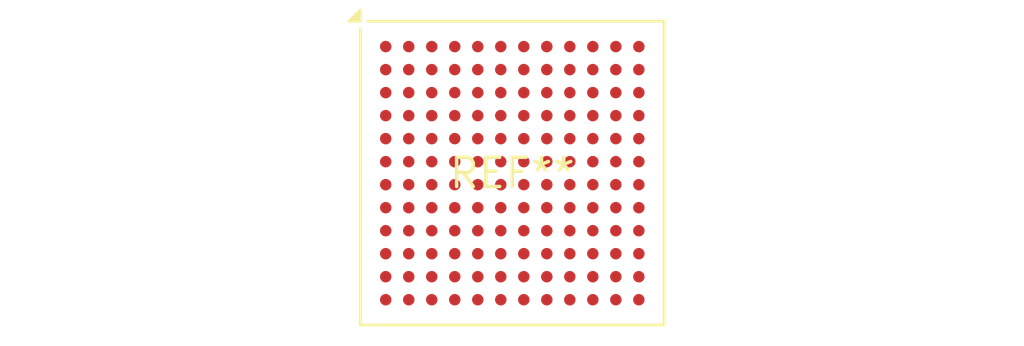
<source format=kicad_pcb>
(kicad_pcb (version 20240108) (generator pcbnew)
  (layers (0 "F.Cu" signal) (31 "B.Cu" signal) (34 "B.Paste" user) (35 "F.Paste" user) (36 "B.SilkS" user "B.Silkscreen") (37 "F.SilkS" user "F.Silkscreen") (38 "B.Mask" user) (39 "F.Mask" user) (44 "Edge.Cuts" user))
  (net 0 "")
  (footprint "BGA-144_13.0x13.0mm_Layout12x12_P1.0mm" (layer "F.Cu") (at 0 0)
    (property "Reference" "REF**")
    (property "Value" "BGA-144_13.0x13.0mm_Layout12x12_P1.0mm")
    (fp_line (start -6.6 6.6) (end -6.6 -6.28) (layer "F.SilkS") (stroke (width 0.12)))
    (fp_line (start -6.28 -6.6) (end 6.6 -6.6) (layer "F.SilkS") (stroke (width 0.12)))
    (fp_line (start 6.6 -6.6) (end 6.6 6.6) (layer "F.SilkS") (stroke (width 0.12)))
    (fp_line (start 6.6 6.6) (end -6.6 6.6) (layer "F.SilkS") (stroke (width 0.12)))
    (fp_poly (pts (xy -6.6 -6.6) (xy -7.1 -6.6) (xy -6.6 -7.1) (xy -6.6 -6.6)) (layer "F.SilkS") (stroke (width 0.12)) (fill solid))
    (pad "A1" smd circle (at -5.5 -5.5) (size 0.5 0.5) (property pad_prop_bga) (layers "F.Cu" "F.Paste" "F.Mask"))
    (pad "A2" smd circle (at -4.5 -5.5) (size 0.5 0.5) (property pad_prop_bga) (layers "F.Cu" "F.Paste" "F.Mask"))
    (pad "A3" smd circle (at -3.5 -5.5) (size 0.5 0.5) (property pad_prop_bga) (layers "F.Cu" "F.Paste" "F.Mask"))
    (pad "A4" smd circle (at -2.5 -5.5) (size 0.5 0.5) (property pad_prop_bga) (layers "F.Cu" "F.Paste" "F.Mask"))
    (pad "A5" smd circle (at -1.5 -5.5) (size 0.5 0.5) (property pad_prop_bga) (layers "F.Cu" "F.Paste" "F.Mask"))
    (pad "A6" smd circle (at -0.5 -5.5) (size 0.5 0.5) (property pad_prop_bga) (layers "F.Cu" "F.Paste" "F.Mask"))
    (pad "A7" smd circle (at 0.5 -5.5) (size 0.5 0.5) (property pad_prop_bga) (layers "F.Cu" "F.Paste" "F.Mask"))
    (pad "A8" smd circle (at 1.5 -5.5) (size 0.5 0.5) (property pad_prop_bga) (layers "F.Cu" "F.Paste" "F.Mask"))
    (pad "A9" smd circle (at 2.5 -5.5) (size 0.5 0.5) (property pad_prop_bga) (layers "F.Cu" "F.Paste" "F.Mask"))
    (pad "A10" smd circle (at 3.5 -5.5) (size 0.5 0.5) (property pad_prop_bga) (layers "F.Cu" "F.Paste" "F.Mask"))
    (pad "A11" smd circle (at 4.5 -5.5) (size 0.5 0.5) (property pad_prop_bga) (layers "F.Cu" "F.Paste" "F.Mask"))
    (pad "A12" smd circle (at 5.5 -5.5) (size 0.5 0.5) (property pad_prop_bga) (layers "F.Cu" "F.Paste" "F.Mask"))
    (pad "B1" smd circle (at -5.5 -4.5) (size 0.5 0.5) (property pad_prop_bga) (layers "F.Cu" "F.Paste" "F.Mask"))
    (pad "B2" smd circle (at -4.5 -4.5) (size 0.5 0.5) (property pad_prop_bga) (layers "F.Cu" "F.Paste" "F.Mask"))
    (pad "B3" smd circle (at -3.5 -4.5) (size 0.5 0.5) (property pad_prop_bga) (layers "F.Cu" "F.Paste" "F.Mask"))
    (pad "B4" smd circle (at -2.5 -4.5) (size 0.5 0.5) (property pad_prop_bga) (layers "F.Cu" "F.Paste" "F.Mask"))
    (pad "B5" smd circle (at -1.5 -4.5) (size 0.5 0.5) (property pad_prop_bga) (layers "F.Cu" "F.Paste" "F.Mask"))
    (pad "B6" smd circle (at -0.5 -4.5) (size 0.5 0.5) (property pad_prop_bga) (layers "F.Cu" "F.Paste" "F.Mask"))
    (pad "B7" smd circle (at 0.5 -4.5) (size 0.5 0.5) (property pad_prop_bga) (layers "F.Cu" "F.Paste" "F.Mask"))
    (pad "B8" smd circle (at 1.5 -4.5) (size 0.5 0.5) (property pad_prop_bga) (layers "F.Cu" "F.Paste" "F.Mask"))
    (pad "B9" smd circle (at 2.5 -4.5) (size 0.5 0.5) (property pad_prop_bga) (layers "F.Cu" "F.Paste" "F.Mask"))
    (pad "B10" smd circle (at 3.5 -4.5) (size 0.5 0.5) (property pad_prop_bga) (layers "F.Cu" "F.Paste" "F.Mask"))
    (pad "B11" smd circle (at 4.5 -4.5) (size 0.5 0.5) (property pad_prop_bga) (layers "F.Cu" "F.Paste" "F.Mask"))
    (pad "B12" smd circle (at 5.5 -4.5) (size 0.5 0.5) (property pad_prop_bga) (layers "F.Cu" "F.Paste" "F.Mask"))
    (pad "C1" smd circle (at -5.5 -3.5) (size 0.5 0.5) (property pad_prop_bga) (layers "F.Cu" "F.Paste" "F.Mask"))
    (pad "C2" smd circle (at -4.5 -3.5) (size 0.5 0.5) (property pad_prop_bga) (layers "F.Cu" "F.Paste" "F.Mask"))
    (pad "C3" smd circle (at -3.5 -3.5) (size 0.5 0.5) (property pad_prop_bga) (layers "F.Cu" "F.Paste" "F.Mask"))
    (pad "C4" smd circle (at -2.5 -3.5) (size 0.5 0.5) (property pad_prop_bga) (layers "F.Cu" "F.Paste" "F.Mask"))
    (pad "C5" smd circle (at -1.5 -3.5) (size 0.5 0.5) (property pad_prop_bga) (layers "F.Cu" "F.Paste" "F.Mask"))
    (pad "C6" smd circle (at -0.5 -3.5) (size 0.5 0.5) (property pad_prop_bga) (layers "F.Cu" "F.Paste" "F.Mask"))
    (pad "C7" smd circle (at 0.5 -3.5) (size 0.5 0.5) (property pad_prop_bga) (layers "F.Cu" "F.Paste" "F.Mask"))
    (pad "C8" smd circle (at 1.5 -3.5) (size 0.5 0.5) (property pad_prop_bga) (layers "F.Cu" "F.Paste" "F.Mask"))
    (pad "C9" smd circle (at 2.5 -3.5) (size 0.5 0.5) (property pad_prop_bga) (layers "F.Cu" "F.Paste" "F.Mask"))
    (pad "C10" smd circle (at 3.5 -3.5) (size 0.5 0.5) (property pad_prop_bga) (layers "F.Cu" "F.Paste" "F.Mask"))
    (pad "C11" smd circle (at 4.5 -3.5) (size 0.5 0.5) (property pad_prop_bga) (layers "F.Cu" "F.Paste" "F.Mask"))
    (pad "C12" smd circle (at 5.5 -3.5) (size 0.5 0.5) (property pad_prop_bga) (layers "F.Cu" "F.Paste" "F.Mask"))
    (pad "D1" smd circle (at -5.5 -2.5) (size 0.5 0.5) (property pad_prop_bga) (layers "F.Cu" "F.Paste" "F.Mask"))
    (pad "D2" smd circle (at -4.5 -2.5) (size 0.5 0.5) (property pad_prop_bga) (layers "F.Cu" "F.Paste" "F.Mask"))
    (pad "D3" smd circle (at -3.5 -2.5) (size 0.5 0.5) (property pad_prop_bga) (layers "F.Cu" "F.Paste" "F.Mask"))
    (pad "D4" smd circle (at -2.5 -2.5) (size 0.5 0.5) (property pad_prop_bga) (layers "F.Cu" "F.Paste" "F.Mask"))
    (pad "D5" smd circle (at -1.5 -2.5) (size 0.5 0.5) (property pad_prop_bga) (layers "F.Cu" "F.Paste" "F.Mask"))
    (pad "D6" smd circle (at -0.5 -2.5) (size 0.5 0.5) (property pad_prop_bga) (layers "F.Cu" "F.Paste" "F.Mask"))
    (pad "D7" smd circle (at 0.5 -2.5) (size 0.5 0.5) (property pad_prop_bga) (layers "F.Cu" "F.Paste" "F.Mask"))
    (pad "D8" smd circle (at 1.5 -2.5) (size 0.5 0.5) (property pad_prop_bga) (layers "F.Cu" "F.Paste" "F.Mask"))
    (pad "D9" smd circle (at 2.5 -2.5) (size 0.5 0.5) (property pad_prop_bga) (layers "F.Cu" "F.Paste" "F.Mask"))
    (pad "D10" smd circle (at 3.5 -2.5) (size 0.5 0.5) (property pad_prop_bga) (layers "F.Cu" "F.Paste" "F.Mask"))
    (pad "D11" smd circle (at 4.5 -2.5) (size 0.5 0.5) (property pad_prop_bga) (layers "F.Cu" "F.Paste" "F.Mask"))
    (pad "D12" smd circle (at 5.5 -2.5) (size 0.5 0.5) (property pad_prop_bga) (layers "F.Cu" "F.Paste" "F.Mask"))
    (pad "E1" smd circle (at -5.5 -1.5) (size 0.5 0.5) (property pad_prop_bga) (layers "F.Cu" "F.Paste" "F.Mask"))
    (pad "E2" smd circle (at -4.5 -1.5) (size 0.5 0.5) (property pad_prop_bga) (layers "F.Cu" "F.Paste" "F.Mask"))
    (pad "E3" smd circle (at -3.5 -1.5) (size 0.5 0.5) (property pad_prop_bga) (layers "F.Cu" "F.Paste" "F.Mask"))
    (pad "E4" smd circle (at -2.5 -1.5) (size 0.5 0.5) (property pad_prop_bga) (layers "F.Cu" "F.Paste" "F.Mask"))
    (pad "E5" smd circle (at -1.5 -1.5) (size 0.5 0.5) (property pad_prop_bga) (layers "F.Cu" "F.Paste" "F.Mask"))
    (pad "E6" smd circle (at -0.5 -1.5) (size 0.5 0.5) (property pad_prop_bga) (layers "F.Cu" "F.Paste" "F.Mask"))
    (pad "E7" smd circle (at 0.5 -1.5) (size 0.5 0.5) (property pad_prop_bga) (layers "F.Cu" "F.Paste" "F.Mask"))
    (pad "E8" smd circle (at 1.5 -1.5) (size 0.5 0.5) (property pad_prop_bga) (layers "F.Cu" "F.Paste" "F.Mask"))
    (pad "E9" smd circle (at 2.5 -1.5) (size 0.5 0.5) (property pad_prop_bga) (layers "F.Cu" "F.Paste" "F.Mask"))
    (pad "E10" smd circle (at 3.5 -1.5) (size 0.5 0.5) (property pad_prop_bga) (layers "F.Cu" "F.Paste" "F.Mask"))
    (pad "E11" smd circle (at 4.5 -1.5) (size 0.5 0.5) (property pad_prop_bga) (layers "F.Cu" "F.Paste" "F.Mask"))
    (pad "E12" smd circle (at 5.5 -1.5) (size 0.5 0.5) (property pad_prop_bga) (layers "F.Cu" "F.Paste" "F.Mask"))
    (pad "F1" smd circle (at -5.5 -0.5) (size 0.5 0.5) (property pad_prop_bga) (layers "F.Cu" "F.Paste" "F.Mask"))
    (pad "F2" smd circle (at -4.5 -0.5) (size 0.5 0.5) (property pad_prop_bga) (layers "F.Cu" "F.Paste" "F.Mask"))
    (pad "F3" smd circle (at -3.5 -0.5) (size 0.5 0.5) (property pad_prop_bga) (layers "F.Cu" "F.Paste" "F.Mask"))
    (pad "F4" smd circle (at -2.5 -0.5) (size 0.5 0.5) (property pad_prop_bga) (layers "F.Cu" "F.Paste" "F.Mask"))
    (pad "F5" smd circle (at -1.5 -0.5) (size 0.5 0.5) (property pad_prop_bga) (layers "F.Cu" "F.Paste" "F.Mask"))
    (pad "F6" smd circle (at -0.5 -0.5) (size 0.5 0.5) (property pad_prop_bga) (layers "F.Cu" "F.Paste" "F.Mask"))
    (pad "F7" smd circle (at 0.5 -0.5) (size 0.5 0.5) (property pad_prop_bga) (layers "F.Cu" "F.Paste" "F.Mask"))
    (pad "F8" smd circle (at 1.5 -0.5) (size 0.5 0.5) (property pad_prop_bga) (layers "F.Cu" "F.Paste" "F.Mask"))
    (pad "F9" smd circle (at 2.5 -0.5) (size 0.5 0.5) (property pad_prop_bga) (layers "F.Cu" "F.Paste" "F.Mask"))
    (pad "F10" smd circle (at 3.5 -0.5) (size 0.5 0.5) (property pad_prop_bga) (layers "F.Cu" "F.Paste" "F.Mask"))
    (pad "F11" smd circle (at 4.5 -0.5) (size 0.5 0.5) (property pad_prop_bga) (layers "F.Cu" "F.Paste" "F.Mask"))
    (pad "F12" smd circle (at 5.5 -0.5) (size 0.5 0.5) (property pad_prop_bga) (layers "F.Cu" "F.Paste" "F.Mask"))
    (pad "G1" smd circle (at -5.5 0.5) (size 0.5 0.5) (property pad_prop_bga) (layers "F.Cu" "F.Paste" "F.Mask"))
    (pad "G2" smd circle (at -4.5 0.5) (size 0.5 0.5) (property pad_prop_bga) (layers "F.Cu" "F.Paste" "F.Mask"))
    (pad "G3" smd circle (at -3.5 0.5) (size 0.5 0.5) (property pad_prop_bga) (layers "F.Cu" "F.Paste" "F.Mask"))
    (pad "G4" smd circle (at -2.5 0.5) (size 0.5 0.5) (property pad_prop_bga) (layers "F.Cu" "F.Paste" "F.Mask"))
    (pad "G5" smd circle (at -1.5 0.5) (size 0.5 0.5) (property pad_prop_bga) (layers "F.Cu" "F.Paste" "F.Mask"))
    (pad "G6" smd circle (at -0.5 0.5) (size 0.5 0.5) (property pad_prop_bga) (layers "F.Cu" "F.Paste" "F.Mask"))
    (pad "G7" smd circle (at 0.5 0.5) (size 0.5 0.5) (property pad_prop_bga) (layers "F.Cu" "F.Paste" "F.Mask"))
    (pad "G8" smd circle (at 1.5 0.5) (size 0.5 0.5) (property pad_prop_bga) (layers "F.Cu" "F.Paste" "F.Mask"))
    (pad "G9" smd circle (at 2.5 0.5) (size 0.5 0.5) (property pad_prop_bga) (layers "F.Cu" "F.Paste" "F.Mask"))
    (pad "G10" smd circle (at 3.5 0.5) (size 0.5 0.5) (property pad_prop_bga) (layers "F.Cu" "F.Paste" "F.Mask"))
    (pad "G11" smd circle (at 4.5 0.5) (size 0.5 0.5) (property pad_prop_bga) (layers "F.Cu" "F.Paste" "F.Mask"))
    (pad "G12" smd circle (at 5.5 0.5) (size 0.5 0.5) (property pad_prop_bga) (layers "F.Cu" "F.Paste" "F.Mask"))
    (pad "H1" smd circle (at -5.5 1.5) (size 0.5 0.5) (property pad_prop_bga) (layers "F.Cu" "F.Paste" "F.Mask"))
    (pad "H2" smd circle (at -4.5 1.5) (size 0.5 0.5) (property pad_prop_bga) (layers "F.Cu" "F.Paste" "F.Mask"))
    (pad "H3" smd circle (at -3.5 1.5) (size 0.5 0.5) (property pad_prop_bga) (layers "F.Cu" "F.Paste" "F.Mask"))
    (pad "H4" smd circle (at -2.5 1.5) (size 0.5 0.5) (property pad_prop_bga) (layers "F.Cu" "F.Paste" "F.Mask"))
    (pad "H5" smd circle (at -1.5 1.5) (size 0.5 0.5) (property pad_prop_bga) (layers "F.Cu" "F.Paste" "F.Mask"))
    (pad "H6" smd circle (at -0.5 1.5) (size 0.5 0.5) (property pad_prop_bga) (layers "F.Cu" "F.Paste" "F.Mask"))
    (pad "H7" smd circle (at 0.5 1.5) (size 0.5 0.5) (property pad_prop_bga) (layers "F.Cu" "F.Paste" "F.Mask"))
    (pad "H8" smd circle (at 1.5 1.5) (size 0.5 0.5) (property pad_prop_bga) (layers "F.Cu" "F.Paste" "F.Mask"))
    (pad "H9" smd circle (at 2.5 1.5) (size 0.5 0.5) (property pad_prop_bga) (layers "F.Cu" "F.Paste" "F.Mask"))
    (pad "H10" smd circle (at 3.5 1.5) (size 0.5 0.5) (property pad_prop_bga) (layers "F.Cu" "F.Paste" "F.Mask"))
    (pad "H11" smd circle (at 4.5 1.5) (size 0.5 0.5) (property pad_prop_bga) (layers "F.Cu" "F.Paste" "F.Mask"))
    (pad "H12" smd circle (at 5.5 1.5) (size 0.5 0.5) (property pad_prop_bga) (layers "F.Cu" "F.Paste" "F.Mask"))
    (pad "J1" smd circle (at -5.5 2.5) (size 0.5 0.5) (property pad_prop_bga) (layers "F.Cu" "F.Paste" "F.Mask"))
    (pad "J2" smd circle (at -4.5 2.5) (size 0.5 0.5) (property pad_prop_bga) (layers "F.Cu" "F.Paste" "F.Mask"))
    (pad "J3" smd circle (at -3.5 2.5) (size 0.5 0.5) (property pad_prop_bga) (layers "F.Cu" "F.Paste" "F.Mask"))
    (pad "J4" smd circle (at -2.5 2.5) (size 0.5 0.5) (property pad_prop_bga) (layers "F.Cu" "F.Paste" "F.Mask"))
    (pad "J5" smd circle (at -1.5 2.5) (size 0.5 0.5) (property pad_prop_bga) (layers "F.Cu" "F.Paste" "F.Mask"))
    (pad "J6" smd circle (at -0.5 2.5) (size 0.5 0.5) (property pad_prop_bga) (layers "F.Cu" "F.Paste" "F.Mask"))
    (pad "J7" smd circle (at 0.5 2.5) (size 0.5 0.5) (property pad_prop_bga) (layers "F.Cu" "F.Paste" "F.Mask"))
    (pad "J8" smd circle (at 1.5 2.5) (size 0.5 0.5) (property pad_prop_bga) (layers "F.Cu" "F.Paste" "F.Mask"))
    (pad "J9" smd circle (at 2.5 2.5) (size 0.5 0.5) (property pad_prop_bga) (layers "F.Cu" "F.Paste" "F.Mask"))
    (pad "J10" smd circle (at 3.5 2.5) (size 0.5 0.5) (property pad_prop_bga) (layers "F.Cu" "F.Paste" "F.Mask"))
    (pad "J11" smd circle (at 4.5 2.5) (size 0.5 0.5) (property pad_prop_bga) (layers "F.Cu" "F.Paste" "F.Mask"))
    (pad "J12" smd circle (at 5.5 2.5) (size 0.5 0.5) (property pad_prop_bga) (layers "F.Cu" "F.Paste" "F.Mask"))
    (pad "K1" smd circle (at -5.5 3.5) (size 0.5 0.5) (property pad_prop_bga) (layers "F.Cu" "F.Paste" "F.Mask"))
    (pad "K2" smd circle (at -4.5 3.5) (size 0.5 0.5) (property pad_prop_bga) (layers "F.Cu" "F.Paste" "F.Mask"))
    (pad "K3" smd circle (at -3.5 3.5) (size 0.5 0.5) (property pad_prop_bga) (layers "F.Cu" "F.Paste" "F.Mask"))
    (pad "K4" smd circle (at -2.5 3.5) (size 0.5 0.5) (property pad_prop_bga) (layers "F.Cu" "F.Paste" "F.Mask"))
    (pad "K5" smd circle (at -1.5 3.5) (size 0.5 0.5) (property pad_prop_bga) (layers "F.Cu" "F.Paste" "F.Mask"))
    (pad "K6" smd circle (at -0.5 3.5) (size 0.5 0.5) (property pad_prop_bga) (layers "F.Cu" "F.Paste" "F.Mask"))
    (pad "K7" smd circle (at 0.5 3.5) (size 0.5 0.5) (property pad_prop_bga) (layers "F.Cu" "F.Paste" "F.Mask"))
    (pad "K8" smd circle (at 1.5 3.5) (size 0.5 0.5) (property pad_prop_bga) (layers "F.Cu" "F.Paste" "F.Mask"))
    (pad "K9" smd circle (at 2.5 3.5) (size 0.5 0.5) (property pad_prop_bga) (layers "F.Cu" "F.Paste" "F.Mask"))
    (pad "K10" smd circle (at 3.5 3.5) (size 0.5 0.5) (property pad_prop_bga) (layers "F.Cu" "F.Paste" "F.Mask"))
    (pad "K11" smd circle (at 4.5 3.5) (size 0.5 0.5) (property pad_prop_bga) (layers "F.Cu" "F.Paste" "F.Mask"))
    (pad "K12" smd circle (at 5.5 3.5) (size 0.5 0.5) (property pad_prop_bga) (layers "F.Cu" "F.Paste" "F.Mask"))
    (pad "L1" smd circle (at -5.5 4.5) (size 0.5 0.5) (property pad_prop_bga) (layers "F.Cu" "F.Paste" "F.Mask"))
    (pad "L2" smd circle (at -4.5 4.5) (size 0.5 0.5) (property pad_prop_bga) (layers "F.Cu" "F.Paste" "F.Mask"))
    (pad "L3" smd circle (at -3.5 4.5) (size 0.5 0.5) (property pad_prop_bga) (layers "F.Cu" "F.Paste" "F.Mask"))
    (pad "L4" smd circle (at -2.5 4.5) (size 0.5 0.5) (property pad_prop_bga) (layers "F.Cu" "F.Paste" "F.Mask"))
    (pad "L5" smd circle (at -1.5 4.5) (size 0.5 0.5) (property pad_prop_bga) (layers "F.Cu" "F.Paste" "F.Mask"))
    (pad "L6" smd circle (at -0.5 4.5) (size 0.5 0.5) (property pad_prop_bga) (layers "F.Cu" "F.Paste" "F.Mask"))
    (pad "L7" smd circle (at 0.5 4.5) (size 0.5 0.5) (property pad_prop_bga) (layers "F.Cu" "F.Paste" "F.Mask"))
    (pad "L8" smd circle (at 1.5 4.5) (size 0.5 0.5) (property pad_prop_bga) (layers "F.Cu" "F.Paste" "F.Mask"))
    (pad "L9" smd circle (at 2.5 4.5) (size 0.5 0.5) (property pad_prop_bga) (layers "F.Cu" "F.Paste" "F.Mask"))
    (pad "L10" smd circle (at 3.5 4.5) (size 0.5 0.5) (property pad_prop_bga) (layers "F.Cu" "F.Paste" "F.Mask"))
    (pad "L11" smd circle (at 4.5 4.5) (size 0.5 0.5) (property pad_prop_bga) (layers "F.Cu" "F.Paste" "F.Mask"))
    (pad "L12" smd circle (at 5.5 4.5) (size 0.5 0.5) (property pad_prop_bga) (layers "F.Cu" "F.Paste" "F.Mask"))
    (pad "M1" smd circle (at -5.5 5.5) (size 0.5 0.5) (property pad_prop_bga) (layers "F.Cu" "F.Paste" "F.Mask"))
    (pad "M2" smd circle (at -4.5 5.5) (size 0.5 0.5) (property pad_prop_bga) (layers "F.Cu" "F.Paste" "F.Mask"))
    (pad "M3" smd circle (at -3.5 5.5) (size 0.5 0.5) (property pad_prop_bga) (layers "F.Cu" "F.Paste" "F.Mask"))
    (pad "M4" smd circle (at -2.5 5.5) (size 0.5 0.5) (property pad_prop_bga) (layers "F.Cu" "F.Paste" "F.Mask"))
    (pad "M5" smd circle (at -1.5 5.5) (size 0.5 0.5) (property pad_prop_bga) (layers "F.Cu" "F.Paste" "F.Mask"))
    (pad "M6" smd circle (at -0.5 5.5) (size 0.5 0.5) (property pad_prop_bga) (layers "F.Cu" "F.Paste" "F.Mask"))
    (pad "M7" smd circle (at 0.5 5.5) (size 0.5 0.5) (property pad_prop_bga) (layers "F.Cu" "F.Paste" "F.Mask"))
    (pad "M8" smd circle (at 1.5 5.5) (size 0.5 0.5) (property pad_prop_bga) (layers "F.Cu" "F.Paste" "F.Mask"))
    (pad "M9" smd circle (at 2.5 5.5) (size 0.5 0.5) (property pad_prop_bga) (layers "F.Cu" "F.Paste" "F.Mask"))
    (pad "M10" smd circle (at 3.5 5.5) (size 0.5 0.5) (property pad_prop_bga) (layers "F.Cu" "F.Paste" "F.Mask"))
    (pad "M11" smd circle (at 4.5 5.5) (size 0.5 0.5) (property pad_prop_bga) (layers "F.Cu" "F.Paste" "F.Mask"))
    (pad "M12" smd circle (at 5.5 5.5) (size 0.5 0.5) (property pad_prop_bga) (layers "F.Cu" "F.Paste" "F.Mask"))
  )
)
</source>
